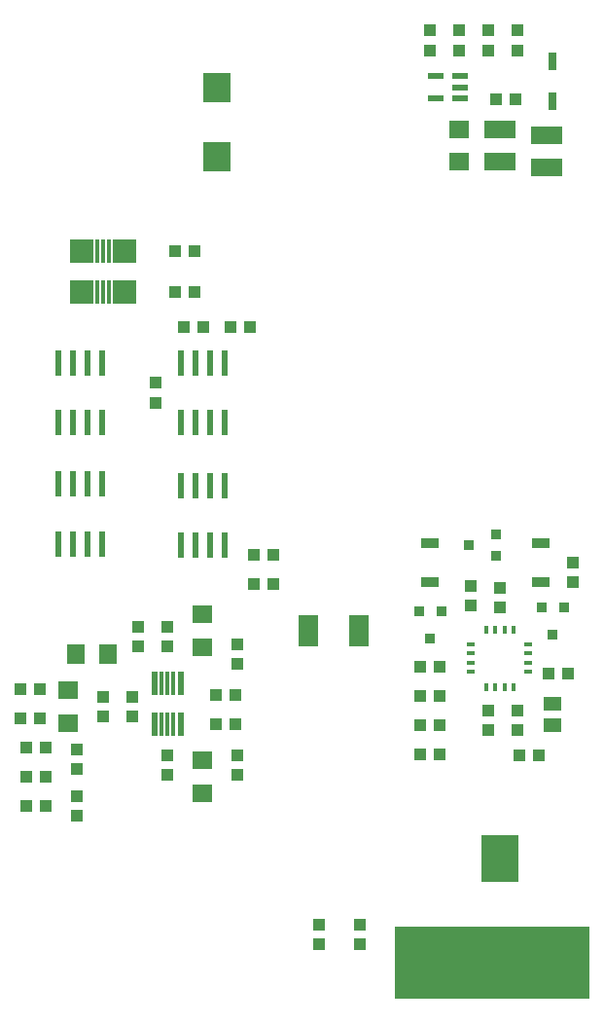
<source format=gtp>
%FSLAX24Y24*%
%MOIN*%
G70*
G01*
G75*
%ADD10C,0.0100*%
%ADD11R,0.0394X0.0433*%
%ADD12R,0.0374X0.0354*%
%ADD13R,0.0630X0.0335*%
%ADD14R,0.0315X0.0118*%
%ADD15R,0.0118X0.0315*%
%ADD16R,0.0571X0.0217*%
%ADD17R,0.0236X0.0787*%
%ADD18R,0.0118X0.0787*%
%ADD19R,0.0591X0.0512*%
%ADD20R,0.0354X0.0374*%
%ADD21R,0.0354X0.0374*%
%ADD22R,0.1063X0.0630*%
%ADD23R,0.0433X0.0394*%
%ADD24R,0.0315X0.0630*%
%ADD25R,0.0709X0.0630*%
%ADD26R,0.0433X0.0394*%
%ADD27R,0.0940X0.1000*%
%ADD28R,0.1300X0.1600*%
%ADD29R,0.6693X0.2500*%
%ADD30R,0.0787X0.0787*%
%ADD31R,0.0236X0.0866*%
%ADD32R,0.0236X0.0866*%
%ADD33R,0.0709X0.1063*%
%ADD34R,0.0394X0.0433*%
%ADD35R,0.0374X0.0354*%
%ADD36R,0.0630X0.0709*%
%ADD37C,0.0400*%
%ADD38C,0.0300*%
%ADD39C,0.0200*%
%ADD40C,0.0500*%
%ADD41C,0.0591*%
%ADD42R,0.0591X0.0591*%
%ADD43C,0.1181*%
%ADD44C,0.1181*%
%ADD45C,0.1575*%
%ADD46C,0.0394*%
%ADD47C,0.0394*%
%ADD48R,0.0315X0.0315*%
%ADD49C,0.0098*%
%ADD50C,0.0079*%
%ADD51C,0.0080*%
D11*
X11000Y-31665D02*
D03*
X12400D02*
D03*
X4600Y-24536D02*
D03*
X5800Y-25867D02*
D03*
Y-26536D02*
D03*
X16800Y-1719D02*
D03*
Y-1050D02*
D03*
X2700Y-25667D02*
D03*
Y-26336D02*
D03*
Y-27936D02*
D03*
Y-27267D02*
D03*
X4800Y-21467D02*
D03*
Y-22136D02*
D03*
X5800Y-21467D02*
D03*
Y-22136D02*
D03*
X8200Y-22736D02*
D03*
Y-22067D02*
D03*
X5400Y-13115D02*
D03*
Y-13785D02*
D03*
X17800Y-1050D02*
D03*
Y-1719D02*
D03*
X15800D02*
D03*
X16800Y-24335D02*
D03*
Y-25004D02*
D03*
X19700Y-19935D02*
D03*
Y-19265D02*
D03*
X11000Y-32335D02*
D03*
X12400D02*
D03*
X8200Y-26536D02*
D03*
X3600Y-23867D02*
D03*
X17800Y-25004D02*
D03*
X17200Y-20135D02*
D03*
X14800Y-1719D02*
D03*
X15800Y-1050D02*
D03*
X16200Y-20065D02*
D03*
Y-20735D02*
D03*
D12*
X16137Y-18669D02*
D03*
X17063Y-19043D02*
D03*
D13*
X14800Y-18600D02*
D03*
X18600D02*
D03*
Y-19939D02*
D03*
X14800D02*
D03*
D14*
X16200Y-22069D02*
D03*
Y-22384D02*
D03*
Y-22699D02*
D03*
Y-23014D02*
D03*
X18168D02*
D03*
Y-22699D02*
D03*
Y-22384D02*
D03*
Y-22069D02*
D03*
D15*
X16712Y-23546D02*
D03*
X17027D02*
D03*
X17342D02*
D03*
X17657D02*
D03*
X17027Y-21577D02*
D03*
X17342D02*
D03*
X17657D02*
D03*
X16712D02*
D03*
D16*
X15823Y-3359D02*
D03*
Y-2985D02*
D03*
Y-2611D02*
D03*
X14977D02*
D03*
Y-3359D02*
D03*
D17*
X6246Y-24799D02*
D03*
X5341D02*
D03*
X6246Y-23401D02*
D03*
X5341D02*
D03*
D18*
X5991Y-24801D02*
D03*
X5794D02*
D03*
X5597D02*
D03*
X5991Y-23401D02*
D03*
X5794D02*
D03*
X5597D02*
D03*
X3399Y-8600D02*
D03*
X3596D02*
D03*
X3793D02*
D03*
X3399Y-10000D02*
D03*
X3596D02*
D03*
X3793D02*
D03*
D19*
X19000Y-24095D02*
D03*
Y-24843D02*
D03*
D20*
X19374Y-20807D02*
D03*
X19000Y-21732D02*
D03*
X14800Y-21863D02*
D03*
X15174Y-20937D02*
D03*
D21*
X18626Y-20807D02*
D03*
X14426Y-20937D02*
D03*
D22*
X17200Y-5536D02*
D03*
Y-4433D02*
D03*
X18800Y-5736D02*
D03*
Y-4633D02*
D03*
D23*
X15135Y-25819D02*
D03*
X14465D02*
D03*
X19535Y-23069D02*
D03*
X1435Y-23600D02*
D03*
X8765Y-19000D02*
D03*
X9435D02*
D03*
X8765Y-20000D02*
D03*
X9435D02*
D03*
X965Y-25601D02*
D03*
X1635D02*
D03*
X965Y-26601D02*
D03*
X1635D02*
D03*
X8135Y-24801D02*
D03*
X7465D02*
D03*
X6065Y-8600D02*
D03*
X6735D02*
D03*
X6065Y-10000D02*
D03*
X6735D02*
D03*
X7035Y-11200D02*
D03*
X6365D02*
D03*
X7965D02*
D03*
X8635D02*
D03*
X15135Y-22819D02*
D03*
X14465D02*
D03*
X15135Y-23819D02*
D03*
X14465D02*
D03*
X18535Y-25869D02*
D03*
X17865D02*
D03*
X1435Y-24600D02*
D03*
X965Y-27601D02*
D03*
X8135Y-23801D02*
D03*
X15135Y-24819D02*
D03*
X17735Y-3385D02*
D03*
D24*
X19000Y-2115D02*
D03*
Y-3454D02*
D03*
D25*
X15800Y-4433D02*
D03*
Y-5536D02*
D03*
X7000Y-22152D02*
D03*
Y-21050D02*
D03*
Y-26050D02*
D03*
Y-27152D02*
D03*
X2400Y-23650D02*
D03*
Y-24752D02*
D03*
D26*
X18865Y-23069D02*
D03*
X765Y-23600D02*
D03*
Y-24600D02*
D03*
X1635Y-27601D02*
D03*
X7465Y-23801D02*
D03*
X14465Y-24819D02*
D03*
X17065Y-3385D02*
D03*
D27*
X7500Y-3000D02*
D03*
Y-5360D02*
D03*
D28*
X17200Y-29400D02*
D03*
D29*
X16924Y-32983D02*
D03*
D30*
X2868Y-8600D02*
D03*
X4325D02*
D03*
X2868Y-10000D02*
D03*
X4325D02*
D03*
D31*
X3050Y-16576D02*
D03*
X2550D02*
D03*
X2050D02*
D03*
X3550Y-18624D02*
D03*
X3050D02*
D03*
X2550D02*
D03*
X2050D02*
D03*
X6750Y-12426D02*
D03*
X7250D02*
D03*
X2050Y-14474D02*
D03*
X2550D02*
D03*
X3050D02*
D03*
X3550D02*
D03*
X2050Y-12426D02*
D03*
X2550D02*
D03*
X3050D02*
D03*
X6250Y-14474D02*
D03*
X6750D02*
D03*
X7250D02*
D03*
X7750D02*
D03*
X6250Y-12426D02*
D03*
Y-18674D02*
D03*
X6750D02*
D03*
X7250D02*
D03*
X7750D02*
D03*
X6250Y-16626D02*
D03*
X6750D02*
D03*
X7250D02*
D03*
D32*
X3550Y-16576D02*
D03*
Y-12426D02*
D03*
X7750D02*
D03*
Y-16626D02*
D03*
D33*
X12366Y-21600D02*
D03*
X10634D02*
D03*
D34*
X4600Y-23867D02*
D03*
X8200Y-25867D02*
D03*
X3600Y-24536D02*
D03*
X17800Y-24335D02*
D03*
X17200Y-20804D02*
D03*
X14800Y-1050D02*
D03*
D35*
X17063Y-18295D02*
D03*
D36*
X3751Y-22401D02*
D03*
X2649D02*
D03*
M02*

</source>
